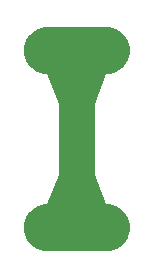
<source format=gbr>
%TF.GenerationSoftware,KiCad,Pcbnew,6.0.1-79c1e3a40b~116~ubuntu20.04.1*%
%TF.CreationDate,2022-01-22T19:33:56+01:00*%
%TF.ProjectId,pcb-connector,7063622d-636f-46e6-9e65-63746f722e6b,rev?*%
%TF.SameCoordinates,Original*%
%TF.FileFunction,Soldermask,Bot*%
%TF.FilePolarity,Negative*%
%FSLAX46Y46*%
G04 Gerber Fmt 4.6, Leading zero omitted, Abs format (unit mm)*
G04 Created by KiCad (PCBNEW 6.0.1-79c1e3a40b~116~ubuntu20.04.1) date 2022-01-22 19:33:56*
%MOMM*%
%LPD*%
G01*
G04 APERTURE LIST*
%ADD10C,3.400000*%
G04 APERTURE END LIST*
D10*
%TO.C,H4*%
X145000000Y-90000000D03*
%TD*%
%TO.C,H3*%
X150000000Y-75000000D03*
%TD*%
%TO.C,H2*%
X150000000Y-90000000D03*
%TD*%
%TO.C,H1*%
X145000000Y-75000000D03*
%TD*%
G36*
X150004487Y-73000321D02*
G01*
X150275645Y-73019714D01*
X150293440Y-73022273D01*
X150554654Y-73079097D01*
X150571903Y-73084161D01*
X150822386Y-73177586D01*
X150838740Y-73185055D01*
X151073375Y-73313176D01*
X151088498Y-73322895D01*
X151302510Y-73483103D01*
X151316096Y-73494876D01*
X151505124Y-73683904D01*
X151516897Y-73697490D01*
X151677105Y-73911502D01*
X151686824Y-73926625D01*
X151814945Y-74161260D01*
X151822414Y-74177614D01*
X151915839Y-74428097D01*
X151920903Y-74445346D01*
X151977727Y-74706560D01*
X151980286Y-74724355D01*
X151999357Y-74991012D01*
X151999357Y-75008988D01*
X151980286Y-75275645D01*
X151977727Y-75293440D01*
X151920903Y-75554654D01*
X151915839Y-75571903D01*
X151822414Y-75822386D01*
X151814945Y-75838740D01*
X151686824Y-76073375D01*
X151677105Y-76088498D01*
X151516897Y-76302510D01*
X151505124Y-76316096D01*
X151316096Y-76505124D01*
X151302510Y-76516897D01*
X151088498Y-76677105D01*
X151073375Y-76686824D01*
X150838740Y-76814945D01*
X150822386Y-76822414D01*
X150571903Y-76915839D01*
X150554654Y-76920903D01*
X150293440Y-76977727D01*
X150275645Y-76980286D01*
X150018068Y-76998708D01*
X150002436Y-77004538D01*
X149993552Y-77016120D01*
X149004464Y-79488839D01*
X149000000Y-79512020D01*
X149000000Y-85487980D01*
X149004464Y-85511161D01*
X149993272Y-87983180D01*
X150003582Y-87996299D01*
X150017318Y-88001239D01*
X150275645Y-88019714D01*
X150293440Y-88022273D01*
X150554654Y-88079097D01*
X150571903Y-88084161D01*
X150822386Y-88177586D01*
X150838740Y-88185055D01*
X151073375Y-88313176D01*
X151088498Y-88322895D01*
X151302510Y-88483103D01*
X151316096Y-88494876D01*
X151505124Y-88683904D01*
X151516897Y-88697490D01*
X151677105Y-88911502D01*
X151686824Y-88926625D01*
X151814945Y-89161260D01*
X151822414Y-89177614D01*
X151915839Y-89428097D01*
X151920903Y-89445346D01*
X151977727Y-89706560D01*
X151980286Y-89724355D01*
X151999357Y-89991012D01*
X151999357Y-90008988D01*
X151980286Y-90275645D01*
X151977727Y-90293440D01*
X151920903Y-90554654D01*
X151915839Y-90571903D01*
X151822414Y-90822386D01*
X151814945Y-90838740D01*
X151686824Y-91073375D01*
X151677105Y-91088498D01*
X151516897Y-91302510D01*
X151505124Y-91316096D01*
X151316096Y-91505124D01*
X151302510Y-91516897D01*
X151088498Y-91677105D01*
X151073375Y-91686824D01*
X150838740Y-91814945D01*
X150822386Y-91822414D01*
X150571903Y-91915839D01*
X150554654Y-91920903D01*
X150293440Y-91977727D01*
X150275645Y-91980286D01*
X150004487Y-91999679D01*
X149995499Y-92000000D01*
X145004501Y-92000000D01*
X144995513Y-91999679D01*
X144724355Y-91980286D01*
X144706560Y-91977727D01*
X144445346Y-91920903D01*
X144428097Y-91915839D01*
X144177614Y-91822414D01*
X144161260Y-91814945D01*
X143926625Y-91686824D01*
X143911502Y-91677105D01*
X143697490Y-91516897D01*
X143683904Y-91505124D01*
X143494876Y-91316096D01*
X143483103Y-91302510D01*
X143322895Y-91088498D01*
X143313176Y-91073375D01*
X143185055Y-90838740D01*
X143177586Y-90822386D01*
X143084161Y-90571903D01*
X143079097Y-90554654D01*
X143022273Y-90293440D01*
X143019714Y-90275645D01*
X143000643Y-90008988D01*
X143000643Y-89991012D01*
X143019714Y-89724355D01*
X143022273Y-89706560D01*
X143079097Y-89445346D01*
X143084161Y-89428097D01*
X143177586Y-89177614D01*
X143185055Y-89161260D01*
X143313176Y-88926625D01*
X143322895Y-88911502D01*
X143483103Y-88697490D01*
X143494876Y-88683904D01*
X143683904Y-88494876D01*
X143697490Y-88483103D01*
X143911502Y-88322895D01*
X143926625Y-88313176D01*
X144161260Y-88185055D01*
X144177614Y-88177586D01*
X144428097Y-88084161D01*
X144445346Y-88079097D01*
X144706560Y-88022273D01*
X144724355Y-88019714D01*
X144981932Y-88001292D01*
X144997564Y-87995462D01*
X145006448Y-87983880D01*
X145995536Y-85511161D01*
X146000000Y-85487980D01*
X146000000Y-79512020D01*
X145995536Y-79488839D01*
X145006728Y-77016820D01*
X144996418Y-77003701D01*
X144982682Y-76998761D01*
X144724355Y-76980286D01*
X144706560Y-76977727D01*
X144445346Y-76920903D01*
X144428097Y-76915839D01*
X144177614Y-76822414D01*
X144161260Y-76814945D01*
X143926625Y-76686824D01*
X143911502Y-76677105D01*
X143697490Y-76516897D01*
X143683904Y-76505124D01*
X143494876Y-76316096D01*
X143483103Y-76302510D01*
X143322895Y-76088498D01*
X143313176Y-76073375D01*
X143185055Y-75838740D01*
X143177586Y-75822386D01*
X143084161Y-75571903D01*
X143079097Y-75554654D01*
X143022273Y-75293440D01*
X143019714Y-75275645D01*
X143000643Y-75008988D01*
X143000643Y-74991012D01*
X143019714Y-74724355D01*
X143022273Y-74706560D01*
X143079097Y-74445346D01*
X143084161Y-74428097D01*
X143177586Y-74177614D01*
X143185055Y-74161260D01*
X143313176Y-73926625D01*
X143322895Y-73911502D01*
X143483103Y-73697490D01*
X143494876Y-73683904D01*
X143683904Y-73494876D01*
X143697490Y-73483103D01*
X143911502Y-73322895D01*
X143926625Y-73313176D01*
X144161260Y-73185055D01*
X144177614Y-73177586D01*
X144428097Y-73084161D01*
X144445346Y-73079097D01*
X144706560Y-73022273D01*
X144724355Y-73019714D01*
X144995513Y-73000321D01*
X145004501Y-73000000D01*
X149995499Y-73000000D01*
X150004487Y-73000321D01*
G37*
M02*

</source>
